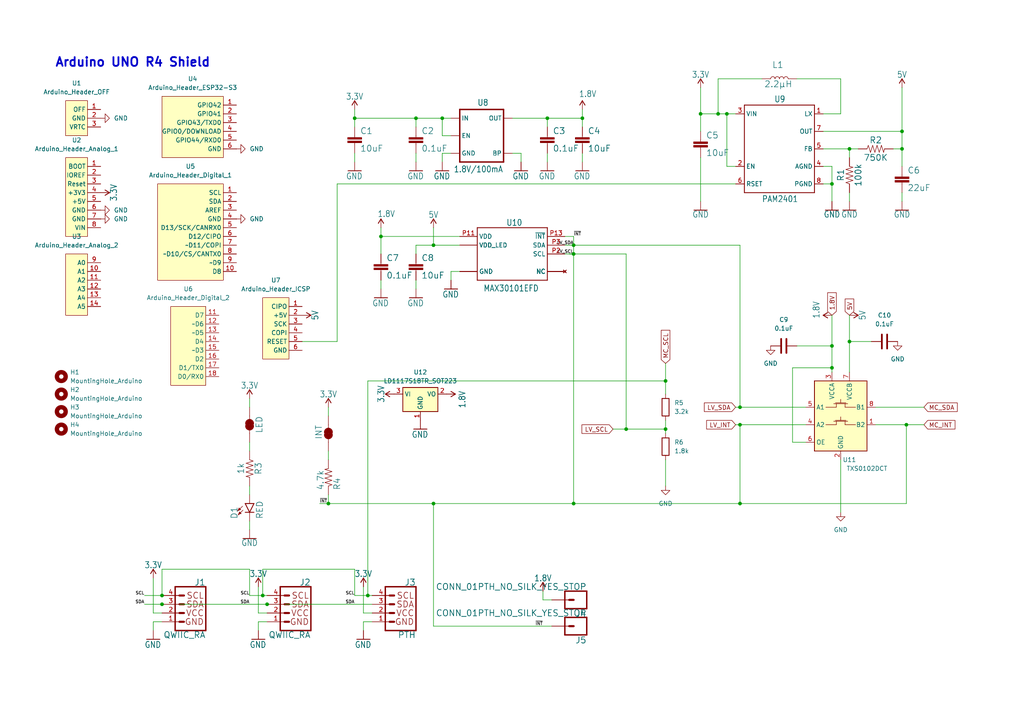
<source format=kicad_sch>
(kicad_sch (version 20231120) (generator "eeschema") (generator_version "8.0")
  (paper "A4")
  (title_block (title "Arduino UNO R4 Shield Template SCH") (date "2023-07-13") (rev "1.0") (company "MStackoverflow"))
  (lib_symbols
    (symbol "Connector_Arduino:Arduino_Header_Analog_1"
      (property "Reference" "U" (at -5.08 6.35 0))
      (property "Value" "Arduino_Header_Analog_1" (at -2.54 8.89 0))
      (symbol "Arduino_Header_Analog_1_1_1"
        (pin input line (at 3.81 2.54 180) (length 3.81) (name "BOOT") (number "1"))
        (pin power_out line (at 3.81 0 180) (length 3.81) (name "IOREF") (number "2"))
        (pin input line (at 3.81 -2.54 180) (length 3.81) (name "Reset") (number "3"))
        (pin power_out line (at 3.81 -5.08 180) (length 3.81) (name "+3V3") (number "4"))
        (pin power_out line (at 3.81 -7.62 180) (length 3.81) (name "+5V") (number "5"))
        (pin power_out line (at 3.81 -10.16 180) (length 3.81) (name "GND") (number "6"))
        (pin power_out line (at 3.81 -12.7 180) (length 3.81) (name "GND") (number "7"))
        (pin power_out line (at 3.81 -15.24 180) (length 3.81) (name "VIN") (number "8"))
      )
    )
    (symbol "Connector_Arduino:Arduino_Header_Analog_2"
      (property "Reference" "U" (at -5.08 6.35 0))
      (property "Value" "Arduino_Header_Analog_2" (at -2.54 8.89 0))
      (symbol "Arduino_Header_Analog_2_1_1"
        (pin bidirectional line (at 3.81 0 180) (length 3.81) (name "A1") (number "10"))
        (pin bidirectional line (at 3.81 -2.54 180) (length 3.81) (name "A2") (number "11"))
        (pin bidirectional line (at 3.81 -5.08 180) (length 3.81) (name "A3") (number "12"))
        (pin bidirectional line (at 3.81 -7.62 180) (length 3.81) (name "A4") (number "13"))
        (pin bidirectional line (at 3.81 -10.16 180) (length 3.81) (name "A5") (number "14"))
        (pin bidirectional line (at 3.81 2.54 180) (length 3.81) (name "A0") (number "9"))
      )
    )
    (symbol "Connector_Arduino:Arduino_Header_Digital_1"
      (property "Reference" "U" (at -5.08 6.35 0))
      (property "Value" "Arduino_Header_Digital_1" (at -2.54 8.89 0))
      (symbol "Arduino_Header_Digital_1_1_1"
        (pin bidirectional line (at 3.81 2.54 180) (length 3.81) (name "SCL") (number "1"))
        (pin bidirectional line (at 3.81 -20.32 180) (length 3.81) (name "D8") (number "10"))
        (pin bidirectional line (at 3.81 0 180) (length 3.81) (name "SDA") (number "2"))
        (pin output line (at 3.81 -2.54 180) (length 3.81) (name "AREF") (number "3"))
        (pin power_out line (at 3.81 -5.08 180) (length 3.81) (name "GND") (number "4"))
        (pin bidirectional line (at 3.81 -7.62 180) (length 3.81) (name "D13/SCK/CANRX0") (number "5"))
        (pin bidirectional line (at 3.81 -10.16 180) (length 3.81) (name "D12/CIPO") (number "6"))
        (pin bidirectional line (at 3.81 -12.7 180) (length 3.81) (name "~D11/COPI") (number "7"))
        (pin bidirectional line (at 3.81 -15.24 180) (length 3.81) (name "~D10/CS/CANTX0") (number "8"))
        (pin bidirectional line (at 3.81 -17.78 180) (length 3.81) (name "~D9") (number "9"))
      )
    )
    (symbol "Connector_Arduino:Arduino_Header_Digital_2"
      (property "Reference" "U" (at -5.08 6.35 0))
      (property "Value" "Arduino_Header_Digital_2" (at -2.54 8.89 0))
      (symbol "Arduino_Header_Digital_2_1_1"
        (pin bidirectional line (at 3.81 2.54 180) (length 3.81) (name "D7") (number "11"))
        (pin bidirectional line (at 3.81 0 180) (length 3.81) (name "~D6") (number "12"))
        (pin bidirectional line (at 3.81 -2.54 180) (length 3.81) (name "~D5") (number "13"))
        (pin bidirectional line (at 3.81 -5.08 180) (length 3.81) (name "D4") (number "14"))
        (pin bidirectional line (at 3.81 -7.62 180) (length 3.81) (name "~D3") (number "15"))
        (pin bidirectional line (at 3.81 -10.16 180) (length 3.81) (name "D2") (number "16"))
        (pin bidirectional line (at 3.81 -12.7 180) (length 3.81) (name "D1/TX0") (number "17"))
        (pin bidirectional line (at 3.81 -15.24 180) (length 3.81) (name "D0/RX0") (number "18"))
      )
    )
    (symbol "Connector_Arduino:Arduino_Header_ESP32-S3"
      (property "Reference" "U" (at -5.08 6.35 0))
      (property "Value" "Arduino_Header_ESP32-S3" (at -2.54 8.89 0))
      (symbol "Arduino_Header_ESP32-S3_1_1"
        (pin bidirectional line (at 3.81 2.54 180) (length 3.81) (name "GPIO42") (number "1"))
        (pin bidirectional line (at 3.81 0 180) (length 3.81) (name "GPIO41") (number "2"))
        (pin bidirectional line (at 3.81 -2.54 180) (length 3.81) (name "GPIO43/TXD0") (number "3"))
        (pin bidirectional line (at 3.81 -5.08 180) (length 3.81) (name "GPIO0/DOWNLOAD") (number "4"))
        (pin bidirectional line (at 3.81 -7.62 180) (length 3.81) (name "GPIO44/RXD0") (number "5"))
        (pin power_out line (at 3.81 -10.16 180) (length 3.81) (name "GND") (number "6"))
      )
    )
    (symbol "Connector_Arduino:Arduino_Header_ICSP"
      (property "Reference" "U" (at -5.08 6.35 0))
      (property "Value" "Arduino_Header_ICSP" (at -2.54 8.89 0))
      (symbol "Arduino_Header_ICSP_1_1"
        (pin bidirectional line (at 3.81 2.54 180) (length 3.81) (name "CIPO") (number "1"))
        (pin power_out line (at 3.81 0 180) (length 3.81) (name "+5V") (number "2"))
        (pin bidirectional line (at 3.81 -2.54 180) (length 3.81) (name "SCK") (number "3"))
        (pin bidirectional line (at 3.81 -5.08 180) (length 3.81) (name "COPI") (number "4"))
        (pin bidirectional line (at 3.81 -7.62 180) (length 3.81) (name "RESET") (number "5"))
        (pin power_out line (at 3.81 -10.16 180) (length 3.81) (name "GND") (number "6"))
      )
    )
    (symbol "Connector_Arduino:Arduino_Header_OFF"
      (property "Reference" "U" (at -5.08 6.35 0))
      (property "Value" "Arduino_Header_OFF" (at -2.54 8.89 0))
      (symbol "Arduino_Header_OFF_1_1"
        (pin input line (at 3.81 2.54 180) (length 3.81) (name "OFF") (number "1"))
        (pin power_out line (at 3.81 0 180) (length 3.81) (name "GND") (number "2"))
        (pin power_in line (at 3.81 -2.54 180) (length 3.81) (name "VRTC") (number "3"))
      )
    )
    (symbol "Device:C" (pin_numbers hide) (pin_names (offset 0.254))
      (property "Reference" "C" (at 0.635 2.54 0))
      (property "Value" "C" (at 0.635 -2.54 0))
      (symbol "C_1_1"
        (pin passive line (at 0 3.81 270) (length 2.794) (name "~") (number "1"))
        (pin passive line (at 0 -3.81 90) (length 2.794) (name "~") (number "2"))
      )
    )
    (symbol "Device:R" (pin_numbers hide) (pin_names (offset 0))
      (property "Reference" "R" (at 2.032 0 90))
      (property "Value" "R" (at 0 0 90))
      (symbol "R_1_1"
        (pin passive line (at 0 3.81 270) (length 1.27) (name "~") (number "1"))
        (pin passive line (at 0 -3.81 90) (length 1.27) (name "~") (number "2"))
      )
    )
    (symbol "GND_1" (power) (pin_numbers hide) (pin_names (offset 0) hide)
      (property "Value" "GND" (at 0 -3.81 0))
      (symbol "GND_1_1_1"
        (pin power_in line (at 0 0 270) (length 0) (name "~") (number "1"))
      )
    )
    (symbol "Logic_LevelTranslator:TXS0102DCT"
      (property "Reference" "U" (at -6.35 11.43 0))
      (property "Value" "TXS0102DCT" (at 3.81 11.43 0))
      (symbol "TXS0102DCT_1_1"
        (pin bidirectional line (at 10.16 -2.54 180) (length 2.54) (name "B2") (number "1"))
        (pin power_in line (at 0 -12.7 90) (length 2.54) (name "GND") (number "2"))
        (pin power_in line (at -2.54 12.7 270) (length 2.54) (name "VCCA") (number "3"))
        (pin bidirectional line (at -10.16 -2.54 0) (length 2.54) (name "A2") (number "4"))
        (pin bidirectional line (at -10.16 2.54 0) (length 2.54) (name "A1") (number "5"))
        (pin input line (at -10.16 -7.62 0) (length 2.54) (name "OE") (number "6"))
        (pin power_in line (at 2.54 12.7 270) (length 2.54) (name "VCCB") (number "7"))
        (pin bidirectional line (at 10.16 2.54 180) (length 2.54) (name "B1") (number "8"))
      )
    )
    (symbol "Mechanical_Arduino:MountingHole_Arduino" (pin_names (offset 1.016))
      (property "Reference" "H" (at 0 5.08 0))
      (property "Value" "MountingHole_Arduino" (at 0 3.175 0))
    )
    (symbol "Regulator_Linear:LD1117S18TR_SOT223"
      (property "Reference" "U" (at -3.81 3.175 0))
      (property "Value" "LD1117S18TR_SOT223" (at 0 3.175 0))
      (symbol "LD1117S18TR_SOT223_1_1"
        (pin power_in line (at 0 -7.62 90) (length 2.54) (name "GND") (number "1"))
        (pin power_out line (at 7.62 0 180) (length 2.54) (name "VO") (number "2"))
        (pin power_in line (at -7.62 0 0) (length 2.54) (name "VI") (number "3"))
      )
    )
    (symbol "SparkFun_MAX30101_Qwiic-eagle-import:0.1UF-0402-16V-10%"
      (property "Reference" "C" (at 1.524 2.921 0))
      (symbol "0.1UF-0402-16V-10%_1_0"
        (pin passive line (at 0 5.08 270) (length 2.54) (name "1") (number "1"))
        (pin passive line (at 0 -2.54 90) (length 2.54) (name "2") (number "2"))
      )
    )
    (symbol "SparkFun_MAX30101_Qwiic-eagle-import:1.8V" (power)
      (symbol "1.8V_1_0"
        (pin power_in line (at 0 0 90) (length 2.54) (name "1.8V") (number "1"))
      )
    )
    (symbol "SparkFun_MAX30101_Qwiic-eagle-import:100KOHM-0603-1/10W-1%"
      (property "Reference" "R" (at 0 1.524 0))
      (symbol "100KOHM-0603-1/10W-1%_1_0"
        (pin passive line (at -5.08 0 0) (length 2.54) (name "1") (number "1"))
        (pin passive line (at 5.08 0 180) (length 2.54) (name "2") (number "2"))
      )
    )
    (symbol "SparkFun_MAX30101_Qwiic-eagle-import:10UF-0603-6.3V-20%"
      (property "Reference" "C" (at 1.524 2.921 0))
      (symbol "10UF-0603-6.3V-20%_1_0"
        (pin passive line (at 0 5.08 270) (length 2.54) (name "1") (number "1"))
        (pin passive line (at 0 -2.54 90) (length 2.54) (name "2") (number "2"))
      )
    )
    (symbol "SparkFun_MAX30101_Qwiic-eagle-import:1KOHM-0603-1/10W-1%"
      (property "Reference" "R" (at 0 1.524 0))
      (symbol "1KOHM-0603-1/10W-1%_1_0"
        (pin passive line (at -5.08 0 0) (length 2.54) (name "1") (number "1"))
        (pin passive line (at 5.08 0 180) (length 2.54) (name "2") (number "2"))
      )
    )
    (symbol "SparkFun_MAX30101_Qwiic-eagle-import:2.2μH_SHIELDED_INDUCTOR"
      (property "Reference" "L" (at 1.27 2.54 0))
      (symbol "2.2μH_SHIELDED_INDUCTOR_1_0"
        (pin passive line (at 0 5.08 270) (length 2.54) (name "1") (number "1"))
        (pin passive line (at 0 -5.08 90) (length 2.54) (name "2") (number "2"))
      )
    )
    (symbol "SparkFun_MAX30101_Qwiic-eagle-import:22UF-0805-6.3V-20%"
      (property "Reference" "C" (at 1.524 2.921 0))
      (symbol "22UF-0805-6.3V-20%_1_0"
        (pin passive line (at 0 5.08 270) (length 2.54) (name "1") (number "1"))
        (pin passive line (at 0 -2.54 90) (length 2.54) (name "2") (number "2"))
      )
    )
    (symbol "SparkFun_MAX30101_Qwiic-eagle-import:4.7KOHM-0603-1/10W-1%"
      (property "Reference" "R" (at 0 1.524 0))
      (symbol "4.7KOHM-0603-1/10W-1%_1_0"
        (pin passive line (at -5.08 0 0) (length 2.54) (name "1") (number "1"))
        (pin passive line (at 5.08 0 180) (length 2.54) (name "2") (number "2"))
      )
    )
    (symbol "SparkFun_MAX30101_Qwiic-eagle-import:5V" (power)
      (symbol "5V_1_0"
        (pin power_in line (at 0 0 90) (length 2.54) (name "5V") (number "1"))
      )
    )
    (symbol "SparkFun_MAX30101_Qwiic-eagle-import:750KOHM-0603-1/10W-1%"
      (property "Reference" "R" (at 0 1.524 0))
      (symbol "750KOHM-0603-1/10W-1%_1_0"
        (pin passive line (at -5.08 0 0) (length 2.54) (name "1") (number "1"))
        (pin passive line (at 5.08 0 180) (length 2.54) (name "2") (number "2"))
      )
    )
    (symbol "SparkFun_MAX30101_Qwiic-eagle-import:CONN_01PTH_NO_SILK_YES_STOP"
      (property "Reference" "J" (at -2.54 3.048 0))
      (symbol "CONN_01PTH_NO_SILK_YES_STOP_1_0"
        (pin passive line (at 7.62 0 180) (length 5.08) (name "1") (number "1"))
      )
    )
    (symbol "SparkFun_MAX30101_Qwiic-eagle-import:GND" (power)
      (symbol "GND_1_0"
        (pin power_in line (at 0 2.54 270) (length 2.54) (name "GND") (number "1"))
      )
    )
    (symbol "SparkFun_MAX30101_Qwiic-eagle-import:I2C_STANDARD_NO_SILK"
      (property "Reference" "J" (at -5.08 7.874 0))
      (symbol "I2C_STANDARD_NO_SILK_1_0"
        (text "GND" (at -4.572 -2.54 0) (effects (font (size 1.778 1.778)) (justify left)))
        (text "SCL" (at -4.572 5.08 0) (effects (font (size 1.778 1.778)) (justify left)))
        (text "SDA" (at -4.572 2.54 0) (effects (font (size 1.778 1.778)) (justify left)))
        (text "VCC" (at -4.572 0 0) (effects (font (size 1.778 1.778)) (justify left)))
        (pin power_in line (at 7.62 -2.54 180) (length 5.08) (name "1") (number "1"))
        (pin power_in line (at 7.62 0 180) (length 5.08) (name "2") (number "2"))
        (pin passive line (at 7.62 2.54 180) (length 5.08) (name "3") (number "3"))
        (pin passive line (at 7.62 5.08 180) (length 5.08) (name "4") (number "4"))
      )
    )
    (symbol "SparkFun_MAX30101_Qwiic-eagle-import:JUMPER-SMT_2_NC_TRACE_SILK"
      (property "Reference" "JP" (at -2.54 2.54 0))
      (symbol "JUMPER-SMT_2_NC_TRACE_SILK_1_0"
        (pin passive line (at -5.08 0 0) (length 2.54) (name "1") (number "1"))
        (pin passive line (at 5.08 0 180) (length 2.54) (name "2") (number "2"))
      )
    )
    (symbol "SparkFun_MAX30101_Qwiic-eagle-import:LED-RED0603"
      (property "Reference" "D" (at -3.429 -4.572 90))
      (symbol "LED-RED0603_1_0"
        (pin passive line (at 0 2.54 270) (length 2.54) (name "A") (number "A"))
        (pin passive line (at 0 -5.08 90) (length 2.54) (name "C") (number "C"))
      )
    )
    (symbol "SparkFun_MAX30101_Qwiic-eagle-import:MAX30101EFD"
      (property "Reference" "U" (at -10.16 10.16 0))
      (symbol "MAX30101EFD_1_0"
        (pin no_connect line (at 15.24 -5.08 180) (length 5.08) (name "NC") (number "P1"))
        (pin power_in line (at -15.24 2.54 0) (length 5.08) (name "VDD_LED") (number "P10"))
        (pin power_in line (at -15.24 5.08 0) (length 5.08) (name "VDD") (number "P11"))
        (pin power_in line (at -15.24 -5.08 0) (length 5.08) (name "GND") (number "P12"))
        (pin bidirectional line (at 15.24 5.08 180) (length 5.08) (name "~{INT}") (number "P13"))
        (pin no_connect line (at 15.24 -5.08 180) (length 5.08) (name "NC") (number "P14"))
        (pin bidirectional line (at 15.24 0 180) (length 5.08) (name "SCL") (number "P2"))
        (pin bidirectional line (at 15.24 2.54 180) (length 5.08) (name "SDA") (number "P3"))
        (pin power_in line (at -15.24 -5.08 0) (length 5.08) (name "GND") (number "P4"))
        (pin no_connect line (at 15.24 -5.08 180) (length 5.08) (name "NC") (number "P5"))
        (pin no_connect line (at 15.24 -5.08 180) (length 5.08) (name "NC") (number "P6"))
        (pin no_connect line (at 15.24 -5.08 180) (length 5.08) (name "NC") (number "P7"))
        (pin no_connect line (at 15.24 -5.08 180) (length 5.08) (name "NC") (number "P8"))
        (pin power_in line (at -15.24 2.54 0) (length 5.08) (name "VDD_LED") (number "P9"))
      )
    )
    (symbol "SparkFun_MAX30101_Qwiic-eagle-import:PAM2401"
      (property "Reference" "U" (at -5.08 14.224 0))
      (symbol "PAM2401_1_0"
        (pin bidirectional line (at 12.7 10.16 180) (length 2.54) (name "LX") (number "1"))
        (pin bidirectional line (at -12.7 -5.08 0) (length 2.54) (name "EN") (number "2"))
        (pin bidirectional line (at -12.7 10.16 0) (length 2.54) (name "VIN") (number "3"))
        (pin bidirectional line (at 12.7 -5.08 180) (length 2.54) (name "AGND") (number "4"))
        (pin bidirectional line (at 12.7 0 180) (length 2.54) (name "FB") (number "5"))
        (pin bidirectional line (at -12.7 -10.16 0) (length 2.54) (name "RSET") (number "6"))
        (pin bidirectional line (at 12.7 5.08 180) (length 2.54) (name "OUT") (number "7"))
        (pin bidirectional line (at 12.7 -10.16 180) (length 2.54) (name "PGND") (number "8"))
      )
    )
    (symbol "SparkFun_MAX30101_Qwiic-eagle-import:QWIIC_CONNECTORJS-1MM"
      (property "Reference" "J" (at -5.08 7.874 0))
      (symbol "QWIIC_CONNECTORJS-1MM_1_0"
        (text "GND" (at -4.572 -2.54 0) (effects (font (size 1.778 1.778)) (justify left)))
        (text "SCL" (at -4.572 5.08 0) (effects (font (size 1.778 1.778)) (justify left)))
        (text "SDA" (at -4.572 2.54 0) (effects (font (size 1.778 1.778)) (justify left)))
        (text "VCC" (at -4.572 0 0) (effects (font (size 1.778 1.778)) (justify left)))
        (pin power_in line (at 7.62 -2.54 180) (length 5.08) (name "1") (number "1"))
        (pin power_in line (at 7.62 0 180) (length 5.08) (name "2") (number "2"))
        (pin passive line (at 7.62 2.54 180) (length 5.08) (name "3") (number "3"))
        (pin passive line (at 7.62 5.08 180) (length 5.08) (name "4") (number "4"))
      )
    )
    (symbol "SparkFun_MAX30101_Qwiic-eagle-import:SparkFun-PowerSymbols_1.8V" (power)
      (symbol "SparkFun-PowerSymbols_1.8V_1_0"
        (pin power_in line (at 0 0 90) (length 2.54) (name "1.8V") (number "1"))
      )
    )
    (symbol "SparkFun_MAX30101_Qwiic-eagle-import:SparkFun-PowerSymbols_3.3V" (power)
      (symbol "SparkFun-PowerSymbols_3.3V_1_0"
        (pin power_in line (at 0 0 90) (length 2.54) (name "3.3V") (number "1"))
      )
    )
    (symbol "SparkFun_MAX30101_Qwiic-eagle-import:SparkFun-PowerSymbols_GND" (power)
      (symbol "SparkFun-PowerSymbols_GND_1_0"
        (pin power_in line (at 0 2.54 270) (length 2.54) (name "GND") (number "1"))
      )
    )
    (symbol "SparkFun_MAX30101_Qwiic-eagle-import:SparkFun_GND" (power)
      (symbol "SparkFun_GND_1_0"
        (pin power_in line (at 0 2.54 270) (length 2.54) (name "GND") (number "1"))
      )
    )
    (symbol "SparkFun_MAX30101_Qwiic-eagle-import:V_REG_SP62141.8V"
      (symbol "V_REG_SP62141.8V_1_0"
        (pin input line (at -10.16 5.08 0) (length 2.54) (name "IN") (number "1"))
        (pin input line (at -10.16 -5.08 0) (length 2.54) (name "GND") (number "2"))
        (pin input line (at -10.16 0 0) (length 2.54) (name "EN") (number "3"))
        (pin input line (at 7.62 -5.08 180) (length 2.54) (name "BP") (number "4"))
        (pin passive line (at 7.62 5.08 180) (length 2.54) (name "OUT") (number "5"))
      )
    )
    (symbol "power:GND" (power) (pin_names (offset 0))
      (property "Value" "GND" (at 0 -3.81 0))
      (symbol "GND_1_1"
        (pin power_in line (at 0 0 270) (length 0) hide (name "GND") (number "1"))
      )
    )
  )
  (junction (at 158.75 34.29))
  (junction (at 210.82 33.02))
  (junction (at 193.04 110.49))
  (junction (at 261.62 38.1))
  (junction (at 110.49 68.58))
  (junction (at 261.62 43.18))
  (junction (at 46.99 172.72))
  (junction (at 106.68 172.72))
  (junction (at 125.73 71.12))
  (junction (at 203.2 33.02))
  (junction (at 95.25 146.05))
  (junction (at 128.27 34.29))
  (junction (at 208.28 33.02))
  (junction (at 214.63 118.11))
  (junction (at 168.91 34.29))
  (junction (at 241.3 106.68))
  (junction (at 214.63 123.19))
  (junction (at 166.37 73.66))
  (junction (at 46.99 175.26))
  (junction (at 246.38 99.06))
  (junction (at 241.3 53.34))
  (junction (at 214.63 146.05))
  (junction (at 120.65 34.29))
  (junction (at 262.89 123.19))
  (junction (at 246.38 43.18))
  (junction (at 166.37 146.05))
  (junction (at 241.3 100.33))
  (junction (at 125.73 146.05))
  (junction (at 193.04 124.46))
  (junction (at 181.61 124.46))
  (junction (at 77.47 175.26))
  (junction (at 166.37 71.12))
  (junction (at 102.87 34.29))
  (junction (at 76.2 172.72))
  (wire (pts (xy 214.63 118.11) (xy 233.68 118.11)))
  (wire (pts (xy 193.04 133.35) (xy 193.04 140.97)))
  (wire (pts (xy 44.45 180.34) (xy 46.99 180.34)) (stroke (width 0.1524)))
  (wire (pts (xy 72.39 140.97) (xy 72.39 143.51)) (stroke (width 0.1524)))
  (wire (pts (xy 259.08 43.18) (xy 261.62 43.18)) (stroke (width 0.1524)))
  (wire (pts (xy 44.45 182.88) (xy 44.45 180.34)) (stroke (width 0.1524)))
  (wire (pts (xy 214.63 118.11) (xy 214.63 71.12)))
  (wire (pts (xy 262.89 146.05) (xy 214.63 146.05)))
  (wire (pts (xy 72.39 172.72) (xy 72.39 165.1)) (stroke (width 0.1524)))
  (wire (pts (xy 72.39 172.72) (xy 76.2 172.72)) (stroke (width 0.1524)))
  (wire (pts (xy 120.65 71.12) (xy 120.65 73.66)) (stroke (width 0.1524)))
  (wire (pts (xy 163.83 73.66) (xy 166.37 73.66)) (stroke (width 0.1524)))
  (wire (pts (xy 246.38 55.88) (xy 246.38 58.42)) (stroke (width 0.1524)))
  (wire (pts (xy 110.49 83.82) (xy 110.49 81.28)) (stroke (width 0.1524)))
  (wire (pts (xy 181.61 124.46) (xy 181.61 73.66)))
  (wire (pts (xy 243.84 22.86) (xy 231.14 22.86)) (stroke (width 0.1524)))
  (wire (pts (xy 120.65 46.99) (xy 120.65 44.45)) (stroke (width 0.1524)))
  (wire (pts (xy 262.89 123.19) (xy 262.89 146.05)))
  (wire (pts (xy 102.87 31.75) (xy 102.87 34.29)) (stroke (width 0.1524)))
  (wire (pts (xy 168.91 36.83) (xy 168.91 34.29)) (stroke (width 0.1524)))
  (wire (pts (xy 229.87 128.27) (xy 229.87 106.68)))
  (wire (pts (xy 261.62 43.18) (xy 261.62 38.1)) (stroke (width 0.1524)))
  (wire (pts (xy 229.87 106.68) (xy 241.3 106.68)))
  (wire (pts (xy 241.3 106.68) (xy 241.3 107.95)))
  (wire (pts (xy 181.61 124.46) (xy 193.04 124.46)))
  (wire (pts (xy 102.87 36.83) (xy 102.87 34.29)) (stroke (width 0.1524)))
  (wire (pts (xy 72.39 165.1) (xy 46.99 165.1)) (stroke (width 0.1524)))
  (wire (pts (xy 105.41 182.88) (xy 105.41 180.34)) (stroke (width 0.1524)))
  (wire (pts (xy 238.76 33.02) (xy 243.84 33.02)) (stroke (width 0.1524)))
  (wire (pts (xy 241.3 91.44) (xy 241.3 100.33)))
  (wire (pts (xy 110.49 68.58) (xy 110.49 66.04)) (stroke (width 0.1524)))
  (wire (pts (xy 243.84 133.35) (xy 243.84 148.59)))
  (wire (pts (xy 158.75 46.99) (xy 158.75 44.45)) (stroke (width 0.1524)))
  (wire (pts (xy 158.75 34.29) (xy 168.91 34.29)) (stroke (width 0.1524)))
  (wire (pts (xy 193.04 110.49) (xy 193.04 114.3)))
  (wire (pts (xy 193.04 124.46) (xy 193.04 125.73)))
  (wire (pts (xy 238.76 48.26) (xy 241.3 48.26)) (stroke (width 0.1524)))
  (wire (pts (xy 125.73 71.12) (xy 125.73 66.04)) (stroke (width 0.1524)))
  (wire (pts (xy 254 118.11) (xy 267.97 118.11)))
  (wire (pts (xy 120.65 83.82) (xy 120.65 81.28)) (stroke (width 0.1524)))
  (wire (pts (xy 125.73 71.12) (xy 120.65 71.12)) (stroke (width 0.1524)))
  (wire (pts (xy 74.93 177.8) (xy 77.47 177.8)) (stroke (width 0.1524)))
  (wire (pts (xy 95.25 143.51) (xy 95.25 146.05)) (stroke (width 0.1524)))
  (wire (pts (xy 125.73 146.05) (xy 125.73 181.61)) (stroke (width 0.1524)))
  (wire (pts (xy 261.62 55.88) (xy 261.62 58.42)) (stroke (width 0.1524)))
  (wire (pts (xy 76.2 165.1) (xy 76.2 172.72)) (stroke (width 0.1524)))
  (wire (pts (xy 95.25 118.11) (xy 95.25 120.65)) (stroke (width 0.1524)))
  (wire (pts (xy 246.38 91.44) (xy 246.38 99.06)))
  (wire (pts (xy 166.37 146.05) (xy 125.73 146.05)) (stroke (width 0.1524)))
  (wire (pts (xy 193.04 121.92) (xy 193.04 124.46)))
  (wire (pts (xy 238.76 53.34) (xy 241.3 53.34)) (stroke (width 0.1524)))
  (wire (pts (xy 203.2 45.72) (xy 203.2 58.42)) (stroke (width 0.1524)))
  (wire (pts (xy 160.02 173.99) (xy 157.48 173.99)) (stroke (width 0.1524)))
  (wire (pts (xy 110.49 68.58) (xy 110.49 73.66)) (stroke (width 0.1524)))
  (wire (pts (xy 254 123.19) (xy 262.89 123.19)))
  (wire (pts (xy 128.27 44.45) (xy 128.27 46.99)) (stroke (width 0.1524)))
  (wire (pts (xy 77.47 175.26) (xy 107.95 175.26)) (stroke (width 0.1524)))
  (wire (pts (xy 241.3 100.33) (xy 241.3 106.68)))
  (wire (pts (xy 158.75 36.83) (xy 158.75 34.29)) (stroke (width 0.1524)))
  (wire (pts (xy 166.37 73.66) (xy 166.37 146.05)) (stroke (width 0.1524)))
  (wire (pts (xy 120.65 34.29) (xy 128.27 34.29)) (stroke (width 0.1524)))
  (wire (pts (xy 208.28 33.02) (xy 203.2 33.02)) (stroke (width 0.1524)))
  (wire (pts (xy 105.41 170.18) (xy 105.41 177.8)) (stroke (width 0.1524)))
  (wire (pts (xy 74.93 170.18) (xy 74.93 177.8)) (stroke (width 0.1524)))
  (wire (pts (xy 208.28 22.86) (xy 208.28 33.02)) (stroke (width 0.1524)))
  (wire (pts (xy 214.63 123.19) (xy 233.68 123.19)))
  (wire (pts (xy 133.35 71.12) (xy 125.73 71.12)) (stroke (width 0.1524)))
  (wire (pts (xy 107.95 172.72) (xy 106.68 172.72)) (stroke (width 0.1524)))
  (wire (pts (xy 203.2 33.02) (xy 203.2 25.4)) (stroke (width 0.1524)))
  (wire (pts (xy 231.14 100.33) (xy 241.3 100.33)))
  (wire (pts (xy 248.92 43.18) (xy 246.38 43.18)) (stroke (width 0.1524)))
  (wire (pts (xy 46.99 175.26) (xy 77.47 175.26)) (stroke (width 0.1524)))
  (wire (pts (xy 102.87 46.99) (xy 102.87 44.45)) (stroke (width 0.1524)))
  (wire (pts (xy 44.45 167.64) (xy 44.45 177.8)) (stroke (width 0.1524)))
  (wire (pts (xy 41.91 175.26) (xy 46.99 175.26)) (stroke (width 0.1524)))
  (wire (pts (xy 168.91 34.29) (xy 168.91 31.75)) (stroke (width 0.1524)))
  (wire (pts (xy 72.39 151.13) (xy 72.39 153.67)) (stroke (width 0.1524)))
  (wire (pts (xy 233.68 128.27) (xy 229.87 128.27)))
  (wire (pts (xy 157.48 171.45) (xy 157.48 173.99)) (stroke (width 0.1524)))
  (wire (pts (xy 130.81 78.74) (xy 133.35 78.74)) (stroke (width 0.1524)))
  (wire (pts (xy 261.62 38.1) (xy 261.62 25.4)) (stroke (width 0.1524)))
  (wire (pts (xy 214.63 123.19) (xy 214.63 146.05)))
  (wire (pts (xy 148.59 44.45) (xy 151.13 44.45)) (stroke (width 0.1524)))
  (wire (pts (xy 148.59 34.29) (xy 158.75 34.29)) (stroke (width 0.1524)))
  (wire (pts (xy 243.84 33.02) (xy 243.84 22.86)) (stroke (width 0.1524)))
  (wire (pts (xy 213.36 123.19) (xy 214.63 123.19)))
  (wire (pts (xy 102.87 34.29) (xy 120.65 34.29)) (stroke (width 0.1524)))
  (wire (pts (xy 97.79 99.06) (xy 87.63 99.06)))
  (wire (pts (xy 246.38 43.18) (xy 246.38 45.72)) (stroke (width 0.1524)))
  (wire (pts (xy 44.45 177.8) (xy 46.99 177.8)) (stroke (width 0.1524)))
  (wire (pts (xy 168.91 46.99) (xy 168.91 44.45)) (stroke (width 0.1524)))
  (wire (pts (xy 105.41 180.34) (xy 107.95 180.34)) (stroke (width 0.1524)))
  (wire (pts (xy 166.37 73.66) (xy 165.1 73.66)))
  (wire (pts (xy 238.76 38.1) (xy 261.62 38.1)) (stroke (width 0.1524)))
  (wire (pts (xy 210.82 33.02) (xy 208.28 33.02)) (stroke (width 0.1524)))
  (wire (pts (xy 46.99 165.1) (xy 46.99 172.72)) (stroke (width 0.1524)))
  (wire (pts (xy 102.87 165.1) (xy 76.2 165.1)) (stroke (width 0.1524)))
  (wire (pts (xy 41.91 172.72) (xy 46.99 172.72)) (stroke (width 0.1524)))
  (wire (pts (xy 214.63 146.05) (xy 166.37 146.05)))
  (wire (pts (xy 128.27 39.37) (xy 128.27 34.29)) (stroke (width 0.1524)))
  (wire (pts (xy 241.3 53.34) (xy 241.3 58.42)) (stroke (width 0.1524)))
  (wire (pts (xy 163.83 68.58) (xy 166.37 68.58)) (stroke (width 0.1524)))
  (wire (pts (xy 74.93 180.34) (xy 77.47 180.34)) (stroke (width 0.1524)))
  (wire (pts (xy 246.38 99.06) (xy 252.73 99.06)))
  (wire (pts (xy 105.41 177.8) (xy 107.95 177.8)) (stroke (width 0.1524)))
  (wire (pts (xy 262.89 123.19) (xy 267.97 123.19)))
  (wire (pts (xy 213.36 53.34) (xy 97.79 53.34)))
  (wire (pts (xy 72.39 115.57) (xy 72.39 118.11)) (stroke (width 0.1524)))
  (wire (pts (xy 128.27 34.29) (xy 130.81 34.29)) (stroke (width 0.1524)))
  (wire (pts (xy 261.62 48.26) (xy 261.62 43.18)) (stroke (width 0.1524)))
  (wire (pts (xy 76.2 172.72) (xy 77.47 172.72)) (stroke (width 0.1524)))
  (wire (pts (xy 213.36 48.26) (xy 210.82 48.26)) (stroke (width 0.1524)))
  (wire (pts (xy 130.81 78.74) (xy 130.81 81.28)) (stroke (width 0.1524)))
  (wire (pts (xy 163.83 71.12) (xy 166.37 71.12)) (stroke (width 0.1524)))
  (wire (pts (xy 97.79 53.34) (xy 97.79 99.06)))
  (wire (pts (xy 246.38 99.06) (xy 246.38 107.95)))
  (wire (pts (xy 130.81 44.45) (xy 128.27 44.45)) (stroke (width 0.1524)))
  (wire (pts (xy 72.39 128.27) (xy 72.39 130.81)) (stroke (width 0.1524)))
  (wire (pts (xy 95.25 146.05) (xy 125.73 146.05)) (stroke (width 0.1524)))
  (wire (pts (xy 181.61 73.66) (xy 166.37 73.66)))
  (wire (pts (xy 102.87 172.72) (xy 102.87 165.1)) (stroke (width 0.1524)))
  (wire (pts (xy 193.04 110.49) (xy 106.68 110.49)))
  (wire (pts (xy 151.13 44.45) (xy 151.13 46.99)) (stroke (width 0.1524)))
  (wire (pts (xy 241.3 48.26) (xy 241.3 53.34)) (stroke (width 0.1524)))
  (wire (pts (xy 213.36 33.02) (xy 210.82 33.02)) (stroke (width 0.1524)))
  (wire (pts (xy 74.93 182.88) (xy 74.93 180.34)) (stroke (width 0.1524)))
  (wire (pts (xy 214.63 71.12) (xy 166.37 71.12)))
  (wire (pts (xy 193.04 105.41) (xy 193.04 110.49)))
  (wire (pts (xy 125.73 181.61) (xy 160.02 181.61)) (stroke (width 0.1524)))
  (wire (pts (xy 166.37 68.58) (xy 166.37 71.12)) (stroke (width 0.1524)))
  (wire (pts (xy 210.82 48.26) (xy 210.82 33.02)) (stroke (width 0.1524)))
  (wire (pts (xy 166.37 71.12) (xy 166.37 73.66)) (stroke (width 0.1524)))
  (wire (pts (xy 120.65 36.83) (xy 120.65 34.29)) (stroke (width 0.1524)))
  (wire (pts (xy 95.25 146.05) (xy 92.71 146.05)) (stroke (width 0.1524)))
  (wire (pts (xy 220.98 22.86) (xy 208.28 22.86)) (stroke (width 0.1524)))
  (wire (pts (xy 133.35 68.58) (xy 110.49 68.58)) (stroke (width 0.1524)))
  (wire (pts (xy 213.36 118.11) (xy 214.63 118.11)))
  (wire (pts (xy 177.8 124.46) (xy 181.61 124.46)))
  (wire (pts (xy 95.25 130.81) (xy 95.25 133.35)) (stroke (width 0.1524)))
  (wire (pts (xy 106.68 110.49) (xy 106.68 172.72)))
  (wire (pts (xy 130.81 39.37) (xy 128.27 39.37)) (stroke (width 0.1524)))
  (wire (pts (xy 238.76 43.18) (xy 246.38 43.18)) (stroke (width 0.1524)))
  (wire (pts (xy 203.2 38.1) (xy 203.2 33.02)) (stroke (width 0.1524)))
  (wire (pts (xy 106.68 172.72) (xy 102.87 172.72)) (stroke (width 0.1524)))
  (text "Arduino UNO R4 Shield" (at 15.875 19.685 0) (effects (font (size 2.54 2.54) (thickness 0.508) (bold yes)) (justify left bottom)))
  (label "SCL" (at 102.87 172.72 180) (effects (font (size 0.889 0.889))))
  (label "SDA" (at 41.91 175.26 180) (effects (font (size 0.889 0.889))))
  (label "~{INT}" (at 166.37 68.58 0) (effects (font (size 0.889 0.889))))
  (label "~{INT}" (at 92.71 146.05 0) (effects (font (size 0.889 0.889))))
  (label "LV_SCL" (at 166.37 73.66 180) (effects (font (size 0.889 0.889))))
  (label "~{INT}" (at 157.48 181.61 180) (effects (font (size 0.889 0.889))))
  (label "LV_SDA" (at 166.37 71.12 180) (effects (font (size 0.889 0.889))))
  (label "SCL" (at 41.91 172.72 180) (effects (font (size 0.889 0.889))))
  (label "SDA" (at 102.87 175.26 180) (effects (font (size 0.889 0.889))))
  (label "SCL" (at 72.39 172.72 180) (effects (font (size 0.889 0.889))))
  (label "SDA" (at 72.39 175.26 180) (effects (font (size 0.889 0.889))))
  (global_label "LV_INT" (shape input) (at 213.36 123.19 180) (property "Intersheetrefs" "${INTERSHEET_REFS}" (effects (hide yes))))
  (global_label "5V" (shape input) (at 246.38 91.44 90) (property "Intersheetrefs" "${INTERSHEET_REFS}" (effects (hide yes))))
  (global_label "MC_INT" (shape input) (at 267.97 123.19 0) (property "Intersheetrefs" "${INTERSHEET_REFS}" (effects (hide yes))))
  (global_label "LV_SCL" (shape input) (at 177.8 124.46 180) (property "Intersheetrefs" "${INTERSHEET_REFS}" (effects (hide yes))))
  (global_label "MC_SCL" (shape input) (at 193.04 105.41 90) (property "Intersheetrefs" "${INTERSHEET_REFS}" (effects (hide yes))))
  (global_label "1.8V" (shape input) (at 241.3 91.44 90) (property "Intersheetrefs" "${INTERSHEET_REFS}" (effects (hide yes))))
  (global_label "LV_SDA" (shape input) (at 213.36 118.11 180) (property "Intersheetrefs" "${INTERSHEET_REFS}" (effects (hide yes))))
  (global_label "MC_SDA" (shape input) (at 267.97 118.11 0) (property "Intersheetrefs" "${INTERSHEET_REFS}" (effects (hide yes))))
  (symbol (lib_name "GND_1") (lib_id "power:GND") (at 29.21 60.96 90) (unit 1)
    (property "Reference" "#PWR07" (effects (hide yes)))
    (property "Value" "GND" (at 33.02 60.9599 90) (effects (justify right)))
    (property "Description" "Power symbol creates a global label with name \"GND\" , ground" (effects (hide yes)))
  )
  (symbol (lib_id "SparkFun_MAX30101_Qwiic-eagle-import:SparkFun-PowerSymbols_3.3V") (at 74.93 170.18 0) (unit 1)
    (property "Reference" "#SUPPLY010" (effects (hide yes)))
    (property "Value" "3.3V" (at 74.93 167.386 0) (effects (font (size 1.778 1.5113)) (justify bottom)))
  )
  (symbol (lib_id "SparkFun_MAX30101_Qwiic-eagle-import:SparkFun-PowerSymbols_3.3V") (at 102.87 31.75 0) (unit 1)
    (property "Reference" "#SUPPLY01" (effects (hide yes)))
    (property "Value" "3.3V" (at 102.87 28.956 0) (effects (font (size 1.778 1.5113)) (justify bottom)))
  )
  (symbol (lib_id "SparkFun_MAX30101_Qwiic-eagle-import:0.1UF-0402-16V-10%") (at 120.65 41.91 0) (unit 1)
    (property "Reference" "C2" (at 122.174 38.989 0) (effects (font (size 1.778 1.778)) (justify left bottom)))
    (property "Value" "0.1uF" (at 122.174 44.069 0) (effects (font (size 1.778 1.778)) (justify left bottom)))
    (property "Footprint" "SparkFun_MAX30101_Qwiic:0402" (effects (hide yes)))
  )
  (symbol (lib_id "SparkFun_MAX30101_Qwiic-eagle-import:GND") (at 120.65 86.36 0) (unit 1)
    (property "Reference" "#GND012" (effects (hide yes)))
    (property "Value" "GND" (at 118.11 88.9 0) (effects (font (size 1.778 1.5113)) (justify left bottom)))
  )
  (symbol (lib_id "power:GND") (at 223.52 100.33 0) (unit 1)
    (property "Reference" "#PWR02" (effects (hide yes)))
    (property "Value" "GND" (at 223.52 105.41 0))
  )
  (symbol (lib_id "SparkFun_MAX30101_Qwiic-eagle-import:V_REG_SP62141.8V") (at 140.97 39.37 0) (unit 1)
    (property "Reference" "U8" (at 138.43 30.734 0) (effects (font (size 1.778 1.5113)) (justify left bottom)))
    (property "Value" "1.8V/100mA" (at 131.572 50.038 0) (effects (font (size 1.778 1.5113)) (justify left bottom)))
    (property "Footprint" "SparkFun_MAX30101_Qwiic:SC70" (effects (hide yes)))
  )
  (symbol (lib_id "SparkFun_MAX30101_Qwiic-eagle-import:LED-RED0603") (at 72.39 146.05 0) (unit 1)
    (property "Reference" "D1" (at 68.961 150.622 90) (effects (font (size 1.778 1.778)) (justify left bottom)))
    (property "Value" "RED" (at 74.295 150.622 90) (effects (font (size 1.778 1.778)) (justify left top)))
    (property "Footprint" "SparkFun_MAX30101_Qwiic:LED-0603" (effects (hide yes)))
  )
  (symbol (lib_id "Connector_Arduino:Arduino_Header_OFF") (at 25.4 34.29 0) (unit 1)
    (property "Reference" "U1" (at 22.225 24.13 0))
    (property "Value" "Arduino_Header_OFF" (at 22.225 26.67 0))
    (property "Footprint" "Shield:Arduino_PinSocket_1x03_P2.54mm_Vertical" (effects (hide yes)))
  )
  (symbol (lib_id "Device:C") (at 227.33 100.33 90) (unit 1)
    (property "Reference" "C9" (at 227.33 92.71 90))
    (property "Value" "0.1uF" (at 227.33 95.25 90))
    (property "Footprint" "SparkFun_MAX30101_Qwiic:0402" (effects (hide yes)))
  )
  (symbol (lib_id "SparkFun_MAX30101_Qwiic-eagle-import:SparkFun-PowerSymbols_3.3V") (at 114.3 114.3 90) (unit 1)
    (property "Reference" "#SUPPLY018" (effects (hide yes)))
    (property "Value" "3.3V" (at 111.506 114.3 0) (effects (font (size 1.778 1.5113)) (justify bottom)))
  )
  (symbol (lib_id "Connector_Arduino:Arduino_Header_Analog_1") (at 25.4 50.8 0) (unit 1)
    (property "Reference" "U2" (at 22.225 40.64 0))
    (property "Value" "Arduino_Header_Analog_1" (at 22.225 43.18 0))
    (property "Footprint" "Shield:Arduino_PinSocket_1x08_P2.54mm_Vertical" (effects (hide yes)))
  )
  (symbol (lib_id "SparkFun_MAX30101_Qwiic-eagle-import:SparkFun-PowerSymbols_3.3V") (at 29.21 55.88 270) (unit 1)
    (property "Reference" "#SUPPLY013" (effects (hide yes)))
    (property "Value" "3.3V" (at 32.004 55.88 0) (effects (font (size 1.778 1.5113)) (justify bottom)))
  )
  (symbol (lib_id "Connector_Arduino:Arduino_Header_Digital_1") (at 64.77 58.42 0) (unit 1)
    (property "Reference" "U5" (at 55.245 48.26 0))
    (property "Value" "Arduino_Header_Digital_1" (at 55.245 50.8 0))
    (property "Footprint" "Shield:Arduino_PinSocket_1x10_P2.54mm_Vertical" (effects (hide yes)))
  )
  (symbol (lib_name "GND_1") (lib_id "power:GND") (at 29.21 34.29 90) (unit 1)
    (property "Reference" "#PWR09" (effects (hide yes)))
    (property "Value" "GND" (at 33.02 34.2899 90) (effects (justify right)))
    (property "Description" "Power symbol creates a global label with name \"GND\" , ground" (effects (hide yes)))
  )
  (symbol (lib_name "GND_1") (lib_id "power:GND") (at 68.58 63.5 90) (unit 1)
    (property "Reference" "#PWR05" (effects (hide yes)))
    (property "Value" "GND" (at 72.39 63.4999 90) (effects (justify right)))
    (property "Description" "Power symbol creates a global label with name \"GND\" , ground" (effects (hide yes)))
  )
  (symbol (lib_id "SparkFun_MAX30101_Qwiic-eagle-import:CONN_01PTH_NO_SILK_YES_STOP") (at 167.64 181.61 180) (unit 1)
    (property "Reference" "J5" (at 170.18 184.658 0) (effects (font (size 1.778 1.778)) (justify left bottom)))
    (property "Value" "CONN_01PTH_NO_SILK_YES_STOP" (at 170.18 176.784 0) (effects (font (size 1.778 1.778)) (justify left bottom)))
    (property "Footprint" "SparkFun_MAX30101_Qwiic:1X01_NO_SILK" (effects (hide yes)))
  )
  (symbol (lib_id "SparkFun_MAX30101_Qwiic-eagle-import:750KOHM-0603-1/10W-1%") (at 254 43.18 0) (unit 1)
    (property "Reference" "R2" (at 254 41.656 0) (effects (font (size 1.778 1.778)) (justify bottom)))
    (property "Value" "750K" (at 254 44.704 0) (effects (font (size 1.778 1.778)) (justify top)))
    (property "Footprint" "SparkFun_MAX30101_Qwiic:0603" (effects (hide yes)))
  )
  (symbol (lib_id "SparkFun_MAX30101_Qwiic-eagle-import:I2C_STANDARD_NO_SILK") (at 115.57 177.8 0) (mirror y) (unit 1)
    (property "Reference" "J3" (at 120.65 169.926 0) (effects (font (size 1.778 1.778)) (justify left bottom)))
    (property "Value" "PTH" (at 120.65 183.134 0) (effects (font (size 1.778 1.778)) (justify left top)))
    (property "Footprint" "SparkFun_MAX30101_Qwiic:1X04_NO_SILK" (effects (hide yes)))
  )
  (symbol (lib_id "Regulator_Linear:LD1117S18TR_SOT223") (at 121.92 114.3 0) (unit 1)
    (property "Reference" "U12" (at 121.92 107.95 0))
    (property "Value" "LD1117S18TR_SOT223" (at 121.92 110.49 0))
    (property "Footprint" "Package_TO_SOT_SMD:SOT-223-3_TabPin2" (effects (hide yes)))
    (property "Datasheet" "http://www.st.com/st-web-ui/static/active/en/resource/technical/document/datasheet/CD00000544.pdf" (effects (hide yes)))
    (property "Description" "800mA Fixed Low Drop Positive Voltage Regulator, Fixed Output 1.8V, SOT-223" (effects (hide yes)))
  )
  (symbol (lib_id "Connector_Arduino:Arduino_Header_Digital_2") (at 59.69 93.98 0) (unit 1)
    (property "Reference" "U6" (at 54.61 83.82 0))
    (property "Value" "Arduino_Header_Digital_2" (at 54.61 86.36 0))
    (property "Footprint" "Shield:Arduino_PinSocket_1x08_P2.54mm_Vertical" (effects (hide yes)))
  )
  (symbol (lib_id "SparkFun_MAX30101_Qwiic-eagle-import:JUMPER-SMT_2_NC_TRACE_SILK") (at 95.25 125.73 90) (unit 1)
    (property "Reference" "JP2" (effects (hide yes)))
    (property "Value" "INT" (at 93.472 127.508 0) (effects (font (size 1.778 1.778)) (justify left bottom)))
    (property "Footprint" "SparkFun_MAX30101_Qwiic:SMT-JUMPER_2_NC_TRACE_SILK" (effects (hide yes)))
  )
  (symbol (lib_id "SparkFun_MAX30101_Qwiic-eagle-import:4.7KOHM-0603-1/10W-1%") (at 95.25 138.43 270) (mirror x) (unit 1)
    (property "Reference" "R4" (at 96.7486 142.24 0) (effects (font (size 1.778 1.778)) (justify left bottom)))
    (property "Value" "4.7k" (at 91.948 142.24 0) (effects (font (size 1.778 1.778)) (justify left bottom)))
    (property "Footprint" "SparkFun_MAX30101_Qwiic:0603" (effects (hide yes)))
  )
  (symbol (lib_id "SparkFun_MAX30101_Qwiic-eagle-import:GND") (at 168.91 49.53 0) (unit 1)
    (property "Reference" "#GND06" (effects (hide yes)))
    (property "Value" "GND" (at 166.37 52.07 0) (effects (font (size 1.778 1.5113)) (justify left bottom)))
  )
  (symbol (lib_id "SparkFun_MAX30101_Qwiic-eagle-import:5V") (at 125.73 66.04 0) (unit 1)
    (property "Reference" "#SUPPLY06" (effects (hide yes)))
    (property "Value" "5V" (at 125.73 63.246 0) (effects (font (size 1.778 1.5113)) (justify bottom)))
  )
  (symbol (lib_id "Mechanical_Arduino:MountingHole_Arduino") (at 17.78 119.38 0) (unit 1)
    (property "Reference" "H3" (at 20.32 118.1099 0) (effects (justify left)))
    (property "Value" "MountingHole_Arduino" (at 20.32 120.6499 0) (effects (justify left)))
    (property "Footprint" "Shield:Arduino_MountingHole" (effects (hide yes)))
    (property "Description" "Mounting Hole without connection" (effects (hide yes)))
  )
  (symbol (lib_id "SparkFun_MAX30101_Qwiic-eagle-import:SparkFun-PowerSymbols_GND") (at 72.39 156.21 0) (unit 1)
    (property "Reference" "#GND014" (effects (hide yes)))
    (property "Value" "GND" (at 72.39 156.464 0) (effects (font (size 1.778 1.5113)) (justify top)))
  )
  (symbol (lib_id "SparkFun_MAX30101_Qwiic-eagle-import:10UF-0603-6.3V-20%") (at 102.87 41.91 0) (unit 1)
    (property "Reference" "C1" (at 104.394 38.989 0) (effects (font (size 1.778 1.778)) (justify left bottom)))
    (property "Value" "10uF" (at 104.394 44.069 0) (effects (font (size 1.778 1.778)) (justify left bottom)))
    (property "Footprint" "SparkFun_MAX30101_Qwiic:0603" (effects (hide yes)))
  )
  (symbol (lib_id "SparkFun_MAX30101_Qwiic-eagle-import:100KOHM-0603-1/10W-1%") (at 246.38 50.8 90) (unit 1)
    (property "Reference" "R1" (at 244.856 50.8 0) (effects (font (size 1.778 1.778)) (justify bottom)))
    (property "Value" "100k" (at 247.904 50.8 0) (effects (font (size 1.778 1.778)) (justify top)))
    (property "Footprint" "SparkFun_MAX30101_Qwiic:0603" (effects (hide yes)))
  )
  (symbol (lib_id "SparkFun_MAX30101_Qwiic-eagle-import:SparkFun_GND") (at 74.93 185.42 0) (unit 1)
    (property "Reference" "#GND016" (effects (hide yes)))
    (property "Value" "GND" (at 72.39 187.96 0) (effects (font (size 1.778 1.5113)) (justify left bottom)))
  )
  (symbol (lib_id "SparkFun_MAX30101_Qwiic-eagle-import:2.2μH_SHIELDED_INDUCTOR") (at 226.06 22.86 90) (unit 1)
    (property "Reference" "L1" (at 227.33 17.78 90) (effects (font (size 1.778 1.778)) (justify left bottom)))
    (property "Value" "2.2μH" (at 229.87 25.4 90) (effects (font (size 1.778 1.778)) (justify left top)))
    (property "Footprint" "SparkFun_MAX30101_Qwiic:0806" (effects (hide yes)))
  )
  (symbol (lib_id "SparkFun_MAX30101_Qwiic-eagle-import:22UF-0805-6.3V-20%") (at 261.62 53.34 0) (unit 1)
    (property "Reference" "C6" (at 263.144 50.419 0) (effects (font (size 1.778 1.778)) (justify left bottom)))
    (property "Value" "22uF" (at 263.144 55.499 0) (effects (font (size 1.778 1.778)) (justify left bottom)))
    (property "Footprint" "SparkFun_MAX30101_Qwiic:0805" (effects (hide yes)))
  )
  (symbol (lib_id "SparkFun_MAX30101_Qwiic-eagle-import:1KOHM-0603-1/10W-1%") (at 72.39 135.89 270) (unit 1)
    (property "Reference" "R3" (at 73.914 135.89 0) (effects (font (size 1.778 1.778)) (justify bottom)))
    (property "Value" "1k" (at 70.866 135.89 0) (effects (font (size 1.778 1.778)) (justify top)))
    (property "Footprint" "SparkFun_MAX30101_Qwiic:0603" (effects (hide yes)))
  )
  (symbol (lib_id "SparkFun_MAX30101_Qwiic-eagle-import:GND") (at 110.49 86.36 0) (unit 1)
    (property "Reference" "#GND011" (effects (hide yes)))
    (property "Value" "GND" (at 107.95 88.9 0) (effects (font (size 1.778 1.5113)) (justify left bottom)))
  )
  (symbol (lib_id "SparkFun_MAX30101_Qwiic-eagle-import:SparkFun-PowerSymbols_GND") (at 203.2 60.96 0) (unit 1)
    (property "Reference" "#GND07" (effects (hide yes)))
    (property "Value" "GND" (at 203.2 61.214 0) (effects (font (size 1.778 1.5113)) (justify top)))
  )
  (symbol (lib_id "Connector_Arduino:Arduino_Header_Analog_2") (at 25.4 78.74 0) (unit 1)
    (property "Reference" "U3" (at 22.225 68.58 0))
    (property "Value" "Arduino_Header_Analog_2" (at 22.225 71.12 0))
    (property "Footprint" "Shield:Arduino_PinSocket_1x06_P2.54mm_Vertical" (effects (hide yes)))
  )
  (symbol (lib_id "SparkFun_MAX30101_Qwiic-eagle-import:SparkFun-PowerSymbols_GND") (at 261.62 60.96 0) (unit 1)
    (property "Reference" "#GND010" (effects (hide yes)))
    (property "Value" "GND" (at 261.62 61.214 0) (effects (font (size 1.778 1.5113)) (justify top)))
  )
  (symbol (lib_name "GND_1") (lib_id "power:GND") (at 68.58 43.18 90) (unit 1)
    (property "Reference" "#PWR06" (effects (hide yes)))
    (property "Value" "GND" (at 72.39 43.1799 90) (effects (justify right)))
    (property "Description" "Power symbol creates a global label with name \"GND\" , ground" (effects (hide yes)))
  )
  (symbol (lib_id "SparkFun_MAX30101_Qwiic-eagle-import:1.8V") (at 110.49 66.04 0) (unit 1)
    (property "Reference" "#SUPPLY05" (effects (hide yes)))
    (property "Value" "1.8V" (at 109.474 62.992 0) (effects (font (size 1.778 1.5113)) (justify left bottom)))
  )
  (symbol (lib_id "Device:C") (at 256.54 99.06 90) (unit 1)
    (property "Reference" "C10" (at 256.54 91.44 90))
    (property "Value" "0.1uF" (at 256.54 93.98 90))
    (property "Footprint" "SparkFun_MAX30101_Qwiic:0402" (effects (hide yes)))
  )
  (symbol (lib_id "SparkFun_MAX30101_Qwiic-eagle-import:GND") (at 130.81 83.82 0) (unit 1)
    (property "Reference" "#GND013" (effects (hide yes)))
    (property "Value" "GND" (at 128.27 86.36 0) (effects (font (size 1.778 1.5113)) (justify left bottom)))
  )
  (symbol (lib_id "SparkFun_MAX30101_Qwiic-eagle-import:SparkFun-PowerSymbols_3.3V") (at 72.39 115.57 0) (unit 1)
    (property "Reference" "#SUPPLY07" (effects (hide yes)))
    (property "Value" "3.3V" (at 72.39 112.776 0) (effects (font (size 1.778 1.5113)) (justify bottom)))
  )
  (symbol (lib_id "SparkFun_MAX30101_Qwiic-eagle-import:SparkFun-PowerSymbols_GND") (at 241.3 60.96 0) (unit 1)
    (property "Reference" "#GND08" (effects (hide yes)))
    (property "Value" "GND" (at 241.3 61.214 0) (effects (font (size 1.778 1.5113)) (justify top)))
  )
  (symbol (lib_id "SparkFun_MAX30101_Qwiic-eagle-import:GND") (at 102.87 49.53 0) (unit 1)
    (property "Reference" "#GND01" (effects (hide yes)))
    (property "Value" "GND" (at 100.33 52.07 0) (effects (font (size 1.778 1.5113)) (justify left bottom)))
  )
  (symbol (lib_id "SparkFun_MAX30101_Qwiic-eagle-import:GND") (at 120.65 49.53 0) (unit 1)
    (property "Reference" "#GND02" (effects (hide yes)))
    (property "Value" "GND" (at 118.11 52.07 0) (effects (font (size 1.778 1.5113)) (justify left bottom)))
  )
  (symbol (lib_id "Mechanical_Arduino:MountingHole_Arduino") (at 17.78 109.22 0) (unit 1)
    (property "Reference" "H1" (at 20.32 107.9499 0) (effects (justify left)))
    (property "Value" "MountingHole_Arduino" (at 20.32 110.4899 0) (effects (justify left)))
    (property "Footprint" "Shield:Arduino_MountingHole" (effects (hide yes)))
    (property "Description" "Mounting Hole without connection" (effects (hide yes)))
  )
  (symbol (lib_id "SparkFun_MAX30101_Qwiic-eagle-import:SparkFun-PowerSymbols_3.3V") (at 95.25 118.11 0) (unit 1)
    (property "Reference" "#SUPPLY08" (effects (hide yes)))
    (property "Value" "3.3V" (at 95.25 115.316 0) (effects (font (size 1.778 1.5113)) (justify bottom)))
  )
  (symbol (lib_id "SparkFun_MAX30101_Qwiic-eagle-import:1.8V") (at 168.91 31.75 0) (unit 1)
    (property "Reference" "#SUPPLY02" (effects (hide yes)))
    (property "Value" "1.8V" (at 167.894 28.194 0) (effects (font (size 1.778 1.5113)) (justify left bottom)))
  )
  (symbol (lib_id "Mechanical_Arduino:MountingHole_Arduino") (at 17.78 114.3 0) (unit 1)
    (property "Reference" "H2" (at 20.32 113.0299 0) (effects (justify left)))
    (property "Value" "MountingHole_Arduino" (at 20.32 115.5699 0) (effects (justify left)))
    (property "Footprint" "Shield:Arduino_MountingHole" (effects (hide yes)))
    (property "Description" "Mounting Hole without connection" (effects (hide yes)))
  )
  (symbol (lib_id "Device:R") (at 193.04 129.54 0) (unit 1)
    (property "Reference" "R6" (at 195.58 128.2699 0) (effects (justify left)))
    (property "Value" "1.8k" (at 195.58 130.8099 0) (effects (justify left)))
    (property "Footprint" "SparkFun_MAX30101_Qwiic:0603" (effects (hide yes)))
  )
  (symbol (lib_id "Mechanical_Arduino:MountingHole_Arduino") (at 17.78 124.46 0) (unit 1)
    (property "Reference" "H4" (at 20.32 123.1899 0) (effects (justify left)))
    (property "Value" "MountingHole_Arduino" (at 20.32 125.7299 0) (effects (justify left)))
    (property "Footprint" "Shield:Arduino_MountingHole" (effects (hide yes)))
    (property "Description" "Mounting Hole without connection" (effects (hide yes)))
  )
  (symbol (lib_id "SparkFun_MAX30101_Qwiic-eagle-import:1.8V") (at 129.54 114.3 270) (unit 1)
    (property "Reference" "#SUPPLY017" (effects (hide yes)))
    (property "Value" "1.8V" (at 133.096 113.284 0) (effects (font (size 1.778 1.5113)) (justify left bottom)))
  )
  (symbol (lib_id "SparkFun_MAX30101_Qwiic-eagle-import:0.1UF-0402-16V-10%") (at 110.49 78.74 0) (unit 1)
    (property "Reference" "C7" (at 112.014 75.819 0) (effects (font (size 1.778 1.778)) (justify left bottom)))
    (property "Value" "0.1uF" (at 112.014 80.899 0) (effects (font (size 1.778 1.778)) (justify left bottom)))
    (property "Footprint" "SparkFun_MAX30101_Qwiic:0402" (effects (hide yes)))
  )
  (symbol (lib_id "SparkFun_MAX30101_Qwiic-eagle-import:5V") (at 87.63 91.44 270) (unit 1)
    (property "Reference" "#SUPPLY014" (effects (hide yes)))
    (property "Value" "5V" (at 90.424 91.44 0) (effects (font (size 1.778 1.5113)) (justify bottom)))
  )
  (symbol (lib_id "SparkFun_MAX30101_Qwiic-eagle-import:GND") (at 128.27 49.53 0) (unit 1)
    (property "Reference" "#GND03" (effects (hide yes)))
    (property "Value" "GND" (at 125.73 52.07 0) (effects (font (size 1.778 1.5113)) (justify left bottom)))
  )
  (symbol (lib_id "power:GND") (at 193.04 140.97 0) (unit 1)
    (property "Reference" "#PWR01" (effects (hide yes)))
    (property "Value" "GND" (at 193.04 146.05 0))
  )
  (symbol (lib_id "SparkFun_MAX30101_Qwiic-eagle-import:SparkFun-PowerSymbols_3.3V") (at 203.2 25.4 0) (unit 1)
    (property "Reference" "#SUPPLY03" (effects (hide yes)))
    (property "Value" "3.3V" (at 203.2 22.606 0) (effects (font (size 1.778 1.5113)) (justify bottom)))
  )
  (symbol (lib_id "SparkFun_MAX30101_Qwiic-eagle-import:10UF-0603-6.3V-20%") (at 203.2 43.18 0) (unit 1)
    (property "Reference" "C5" (at 204.724 40.259 0) (effects (font (size 1.778 1.778)) (justify left bottom)))
    (property "Value" "10uF" (at 204.724 45.339 0) (effects (font (size 1.778 1.778)) (justify left bottom)))
    (property "Footprint" "SparkFun_MAX30101_Qwiic:0603" (effects (hide yes)))
  )
  (symbol (lib_id "SparkFun_MAX30101_Qwiic-eagle-import:5V") (at 261.62 25.4 0) (unit 1)
    (property "Reference" "#SUPPLY04" (effects (hide yes)))
    (property "Value" "5V" (at 261.62 22.606 0) (effects (font (size 1.778 1.5113)) (justify bottom)))
  )
  (symbol (lib_id "Connector_Arduino:Arduino_Header_ESP32-S3") (at 64.77 33.02 0) (unit 1)
    (property "Reference" "U4" (at 55.88 22.86 0))
    (property "Value" "Arduino_Header_ESP32-S3" (at 55.88 25.4 0))
    (property "Footprint" "Shield:Arduino_PinSocket_2x03_P2.54mm_Vertical" (effects (hide yes)))
  )
  (symbol (lib_id "SparkFun_MAX30101_Qwiic-eagle-import:CONN_01PTH_NO_SILK_YES_STOP") (at 167.64 173.99 180) (unit 1)
    (property "Reference" "J4" (at 170.18 177.038 0) (effects (font (size 1.778 1.778)) (justify left bottom)))
    (property "Value" "CONN_01PTH_NO_SILK_YES_STOP" (at 170.18 169.164 0) (effects (font (size 1.778 1.778)) (justify left bottom)))
    (property "Footprint" "SparkFun_MAX30101_Qwiic:1X01_NO_SILK" (effects (hide yes)))
  )
  (symbol (lib_id "SparkFun_MAX30101_Qwiic-eagle-import:10UF-0603-6.3V-20%") (at 168.91 41.91 0) (unit 1)
    (property "Reference" "C4" (at 170.434 38.989 0) (effects (font (size 1.778 1.778)) (justify left bottom)))
    (property "Value" "10uF" (at 170.434 44.069 0) (effects (font (size 1.778 1.778)) (justify left bottom)))
    (property "Footprint" "SparkFun_MAX30101_Qwiic:0603" (effects (hide yes)))
  )
  (symbol (lib_id "SparkFun_MAX30101_Qwiic-eagle-import:GND") (at 151.13 49.53 0) (unit 1)
    (property "Reference" "#GND04" (effects (hide yes)))
    (property "Value" "GND" (at 148.59 52.07 0) (effects (font (size 1.778 1.5113)) (justify left bottom)))
  )
  (symbol (lib_id "SparkFun_MAX30101_Qwiic-eagle-import:SparkFun_GND") (at 105.41 185.42 0) (unit 1)
    (property "Reference" "#GND017" (effects (hide yes)))
    (property "Value" "GND" (at 102.87 187.96 0) (effects (font (size 1.778 1.5113)) (justify left bottom)))
  )
  (symbol (lib_id "SparkFun_MAX30101_Qwiic-eagle-import:QWIIC_CONNECTORJS-1MM") (at 54.61 177.8 0) (mirror y) (unit 1)
    (property "Reference" "J1" (at 59.69 169.926 0) (effects (font (size 1.778 1.778)) (justify left bottom)))
    (property "Value" "QWIIC_RA" (at 59.69 183.134 0) (effects (font (size 1.778 1.778)) (justify left top)))
    (property "Footprint" "SparkFun_MAX30101_Qwiic:JST04_1MM_RA" (effects (hide yes)))
  )
  (symbol (lib_id "SparkFun_MAX30101_Qwiic-eagle-import:GND") (at 158.75 49.53 0) (unit 1)
    (property "Reference" "#GND05" (effects (hide yes)))
    (property "Value" "GND" (at 156.21 52.07 0) (effects (font (size 1.778 1.5113)) (justify left bottom)))
  )
  (symbol (lib_id "SparkFun_MAX30101_Qwiic-eagle-import:MAX30101EFD") (at 148.59 73.66 0) (unit 1)
    (property "Reference" "U10" (at 146.812 65.532 0) (effects (font (size 1.778 1.5113)) (justify left bottom)))
    (property "Value" "MAX30101EFD" (at 140.208 84.582 0) (effects (font (size 1.778 1.5113)) (justify left bottom)))
    (property "Footprint" "SparkFun_MAX30101_Qwiic:14_PIN_OESIP" (effects (hide yes)))
  )
  (symbol (lib_id "SparkFun_MAX30101_Qwiic-eagle-import:SparkFun-PowerSymbols_3.3V") (at 44.45 167.64 0) (unit 1)
    (property "Reference" "#SUPPLY09" (effects (hide yes)))
    (property "Value" "3.3V" (at 44.45 164.846 0) (effects (font (size 1.778 1.5113)) (justify bottom)))
  )
  (symbol (lib_id "SparkFun_MAX30101_Qwiic-eagle-import:1.8V") (at 241.3 91.44 90) (unit 1)
    (property "Reference" "#SUPPLY016" (effects (hide yes)))
    (property "Value" "1.8V" (at 237.744 92.456 0) (effects (font (size 1.778 1.5113)) (justify left bottom)))
  )
  (symbol (lib_id "SparkFun_MAX30101_Qwiic-eagle-import:GND") (at 121.92 124.46 0) (unit 1)
    (property "Reference" "#GND018" (effects (hide yes)))
    (property "Value" "GND" (at 119.38 127 0) (effects (font (size 1.778 1.5113)) (justify left bottom)))
  )
  (symbol (lib_id "power:GND") (at 243.84 148.59 0) (unit 1)
    (property "Reference" "#PWR03" (effects (hide yes)))
    (property "Value" "GND" (at 243.84 153.67 0))
  )
  (symbol (lib_id "SparkFun_MAX30101_Qwiic-eagle-import:SparkFun-PowerSymbols_1.8V") (at 157.48 171.45 0) (unit 1)
    (property "Reference" "#SUPPLY012" (effects (hide yes)))
    (property "Value" "1.8V" (at 157.48 168.656 0) (effects (font (size 1.778 1.5113)) (justify bottom)))
  )
  (symbol (lib_id "SparkFun_MAX30101_Qwiic-eagle-import:0.1UF-0402-16V-10%") (at 158.75 41.91 0) (unit 1)
    (property "Reference" "C3" (at 160.274 38.989 0) (effects (font (size 1.778 1.778)) (justify left bottom)))
    (property "Value" "0.1uF" (at 160.274 44.069 0) (effects (font (size 1.778 1.778)) (justify left bottom)))
    (property "Footprint" "SparkFun_MAX30101_Qwiic:0402" (effects (hide yes)))
  )
  (symbol (lib_id "SparkFun_MAX30101_Qwiic-eagle-import:SparkFun-PowerSymbols_3.3V") (at 105.41 170.18 0) (unit 1)
    (property "Reference" "#SUPPLY011" (effects (hide yes)))
    (property "Value" "3.3V" (at 105.41 167.386 0) (effects (font (size 1.778 1.5113)) (justify bottom)))
  )
  (symbol (lib_id "SparkFun_MAX30101_Qwiic-eagle-import:PAM2401") (at 226.06 43.18 0) (unit 1)
    (property "Reference" "U9" (at 224.536 29.718 0) (effects (font (size 1.778 1.5113)) (justify left bottom)))
    (property "Value" "PAM2401" (at 220.98 58.674 0) (effects (font (size 1.778 1.5113)) (justify left bottom)))
    (property "Footprint" "SparkFun_MAX30101_Qwiic:MSOP8" (effects (hide yes)))
  )
  (symbol (lib_id "Logic_LevelTranslator:TXS0102DCT") (at 243.84 120.65 0) (unit 1)
    (property "Reference" "U11" (at 246.38 133.35 0))
    (property "Value" "TXS0102DCT" (at 251.46 135.89 0))
    (property "Footprint" "Package_SO:SSOP-8_2.95x2.8mm_P0.65mm" (effects (hide yes)))
    (property "Datasheet" "http://www.ti.com/lit/gpn/txs0102" (effects (hide yes)))
  )
  (symbol (lib_name "GND_1") (lib_id "power:GND") (at 29.21 63.5 90) (unit 1)
    (property "Reference" "#PWR08" (effects (hide yes)))
    (property "Value" "GND" (at 33.02 63.4999 90) (effects (justify right)))
    (property "Description" "Power symbol creates a global label with name \"GND\" , ground" (effects (hide yes)))
  )
  (symbol (lib_id "SparkFun_MAX30101_Qwiic-eagle-import:QWIIC_CONNECTORJS-1MM") (at 85.09 177.8 0) (mirror y) (unit 1)
    (property "Reference" "J2" (at 90.17 169.926 0) (effects (font (size 1.778 1.778)) (justify left bottom)))
    (property "Value" "QWIIC_RA" (at 90.17 183.134 0) (effects (font (size 1.778 1.778)) (justify left top)))
    (property "Footprint" "SparkFun_MAX30101_Qwiic:JST04_1MM_RA" (effects (hide yes)))
  )
  (symbol (lib_id "SparkFun_MAX30101_Qwiic-eagle-import:10UF-0603-6.3V-20%") (at 120.65 78.74 0) (unit 1)
    (property "Reference" "C8" (at 122.174 75.819 0) (effects (font (size 1.778 1.778)) (justify left bottom)))
    (property "Value" "10uF" (at 122.174 80.899 0) (effects (font (size 1.778 1.778)) (justify left bottom)))
    (property "Footprint" "SparkFun_MAX30101_Qwiic:0603" (effects (hide yes)))
  )
  (symbol (lib_id "SparkFun_MAX30101_Qwiic-eagle-import:JUMPER-SMT_2_NC_TRACE_SILK") (at 72.39 123.19 90) (unit 1)
    (property "Reference" "JP1" (effects (hide yes)))
    (property "Value" "LED" (at 74.168 125.73 0) (effects (font (size 1.778 1.778)) (justify left top)))
    (property "Footprint" "SparkFun_MAX30101_Qwiic:SMT-JUMPER_2_NC_TRACE_SILK" (effects (hide yes)))
  )
  (symbol (lib_id "SparkFun_MAX30101_Qwiic-eagle-import:5V") (at 246.38 91.44 270) (unit 1)
    (property "Reference" "#SUPPLY015" (effects (hide yes)))
    (property "Value" "5V" (at 249.174 91.44 0) (effects (font (size 1.778 1.5113)) (justify bottom)))
  )
  (symbol (lib_id "Connector_Arduino:Arduino_Header_ICSP") (at 83.82 91.44 0) (unit 1)
    (property "Reference" "U7" (at 80.01 81.28 0))
    (property "Value" "Arduino_Header_ICSP" (at 80.01 83.82 0))
    (property "Footprint" "Shield:Arduino_PinSocket_2x03_P2.54mm_Vertical" (effects (hide yes)))
  )
  (symbol (lib_id "Device:R") (at 193.04 118.11 0) (unit 1)
    (property "Reference" "R5" (at 195.58 116.8399 0) (effects (justify left)))
    (property "Value" "3.2k" (at 195.58 119.3799 0) (effects (justify left)))
    (property "Footprint" "SparkFun_MAX30101_Qwiic:0603" (effects (hide yes)))
  )
  (symbol (lib_id "SparkFun_MAX30101_Qwiic-eagle-import:SparkFun-PowerSymbols_GND") (at 246.38 60.96 0) (unit 1)
    (property "Reference" "#GND09" (effects (hide yes)))
    (property "Value" "GND" (at 246.38 61.214 0) (effects (font (size 1.778 1.5113)) (justify top)))
  )
  (symbol (lib_id "power:GND") (at 260.35 99.06 0) (unit 1)
    (property "Reference" "#PWR04" (effects (hide yes)))
    (property "Value" "GND" (at 260.35 104.14 0))
  )
  (symbol (lib_id "SparkFun_MAX30101_Qwiic-eagle-import:SparkFun_GND") (at 44.45 185.42 0) (unit 1)
    (property "Reference" "#GND015" (effects (hide yes)))
    (property "Value" "GND" (at 41.91 187.96 0) (effects (font (size 1.778 1.5113)) (justify left bottom)))
  )
)
</source>
